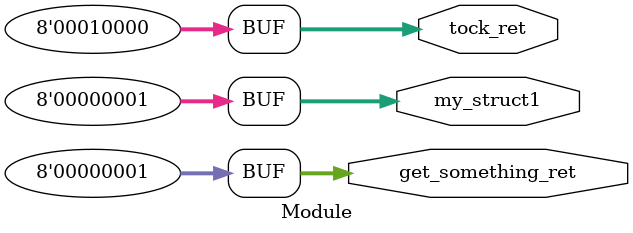
<source format=sv>
`include "metron/metron_tools.sv"


typedef struct packed {
  logic[7:0] a;
} MyStruct1;

module Module
(
  // output signals
  output MyStruct1 my_struct1,
  output logic[7:0] tock_ret,
  // get_something() ports
  output MyStruct1 get_something_ret
);
/*public:*/


  always_comb begin : get_something
    get_something_ret = my_struct1;
  end

  always_comb begin : tock
    my_struct1.a = 1;

    // FIXME does not work in yosys
    //return extract_field(my_struct1);
    tock_ret = 16;
  end

/*private:*/

  function logic[7:0] extract_field(MyStruct1 m);
    extract_field = m.a;
  endfunction

endmodule

</source>
